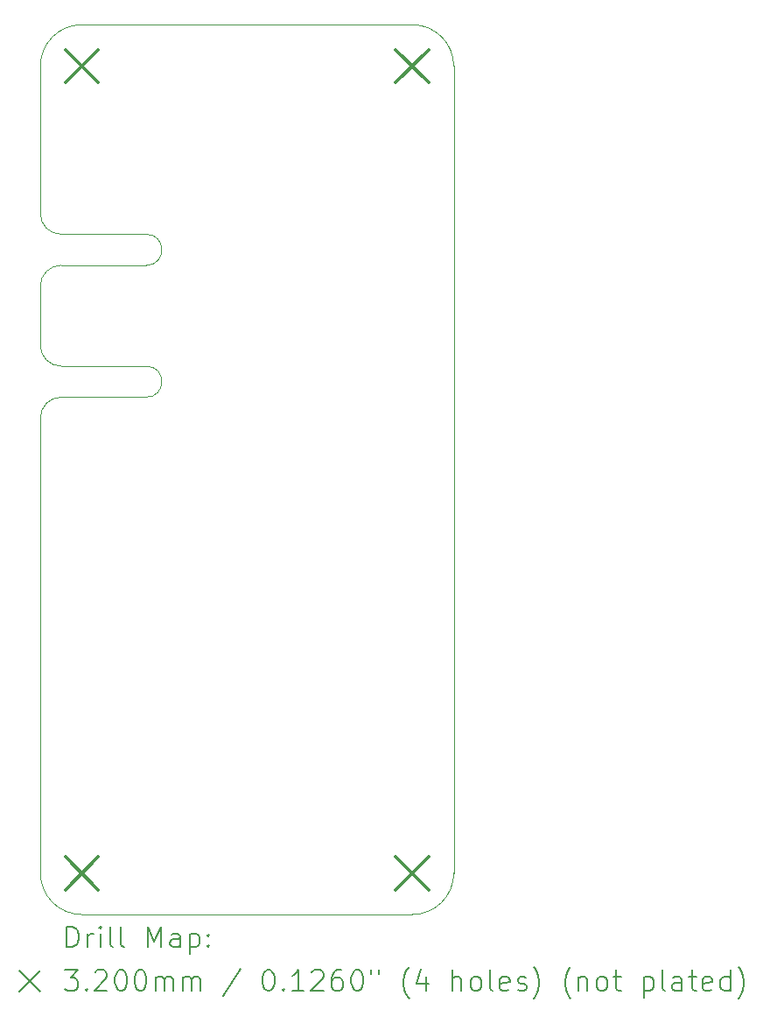
<source format=gbr>
%TF.GenerationSoftware,KiCad,Pcbnew,7.0.6*%
%TF.CreationDate,2023-11-18T03:16:52+01:00*%
%TF.ProjectId,LoRa_Sensor,4c6f5261-5f53-4656-9e73-6f722e6b6963,rev?*%
%TF.SameCoordinates,Original*%
%TF.FileFunction,Drillmap*%
%TF.FilePolarity,Positive*%
%FSLAX45Y45*%
G04 Gerber Fmt 4.5, Leading zero omitted, Abs format (unit mm)*
G04 Created by KiCad (PCBNEW 7.0.6) date 2023-11-18 03:16:52*
%MOMM*%
%LPD*%
G01*
G04 APERTURE LIST*
%ADD10C,0.100000*%
%ADD11C,0.200000*%
%ADD12C,0.320000*%
G04 APERTURE END LIST*
D10*
X9200000Y-7800000D02*
G75*
G03*
X9000000Y-8000000I0J-200000D01*
G01*
X9000000Y-7300000D02*
G75*
G03*
X9200000Y-7500000I200000J0D01*
G01*
X10025000Y-6525000D02*
G75*
G03*
X10025000Y-6225000I0J150000D01*
G01*
X9400000Y-4200000D02*
G75*
G03*
X9000000Y-4600000I0J-400000D01*
G01*
X9000000Y-6025000D02*
G75*
G03*
X9200000Y-6225000I200000J0D01*
G01*
X9000000Y-6025000D02*
X9000000Y-4600000D01*
X9000000Y-6725000D02*
X9000000Y-7300000D01*
X13000000Y-4600000D02*
X13000000Y-12400000D01*
X9000000Y-12400000D02*
G75*
G03*
X9400000Y-12800000I400000J0D01*
G01*
X9200000Y-6525000D02*
X10025000Y-6525000D01*
X9400000Y-4200000D02*
X12600000Y-4200000D01*
X12600000Y-12800000D02*
G75*
G03*
X13000000Y-12400000I0J400000D01*
G01*
X12600000Y-12800000D02*
X9400000Y-12800000D01*
X10025000Y-6225000D02*
X9200000Y-6225000D01*
X10025000Y-7800000D02*
G75*
G03*
X10025000Y-7500000I0J150000D01*
G01*
X9000000Y-12400000D02*
X9000000Y-8000000D01*
X10025000Y-7800000D02*
X9200000Y-7800000D01*
X9200000Y-7500000D02*
X10025000Y-7500000D01*
X9200000Y-6525000D02*
G75*
G03*
X9000000Y-6725000I0J-200000D01*
G01*
X13000000Y-4600000D02*
G75*
G03*
X12600000Y-4200000I-400000J0D01*
G01*
D11*
D12*
X9240000Y-4440000D02*
X9560000Y-4760000D01*
X9560000Y-4440000D02*
X9240000Y-4760000D01*
X9240000Y-12240000D02*
X9560000Y-12560000D01*
X9560000Y-12240000D02*
X9240000Y-12560000D01*
X12440000Y-4440000D02*
X12760000Y-4760000D01*
X12760000Y-4440000D02*
X12440000Y-4760000D01*
X12440000Y-12240000D02*
X12760000Y-12560000D01*
X12760000Y-12240000D02*
X12440000Y-12560000D01*
D11*
X9255777Y-13116484D02*
X9255777Y-12916484D01*
X9255777Y-12916484D02*
X9303396Y-12916484D01*
X9303396Y-12916484D02*
X9331967Y-12926008D01*
X9331967Y-12926008D02*
X9351015Y-12945055D01*
X9351015Y-12945055D02*
X9360539Y-12964103D01*
X9360539Y-12964103D02*
X9370063Y-13002198D01*
X9370063Y-13002198D02*
X9370063Y-13030769D01*
X9370063Y-13030769D02*
X9360539Y-13068865D01*
X9360539Y-13068865D02*
X9351015Y-13087912D01*
X9351015Y-13087912D02*
X9331967Y-13106960D01*
X9331967Y-13106960D02*
X9303396Y-13116484D01*
X9303396Y-13116484D02*
X9255777Y-13116484D01*
X9455777Y-13116484D02*
X9455777Y-12983150D01*
X9455777Y-13021246D02*
X9465301Y-13002198D01*
X9465301Y-13002198D02*
X9474824Y-12992674D01*
X9474824Y-12992674D02*
X9493872Y-12983150D01*
X9493872Y-12983150D02*
X9512920Y-12983150D01*
X9579586Y-13116484D02*
X9579586Y-12983150D01*
X9579586Y-12916484D02*
X9570063Y-12926008D01*
X9570063Y-12926008D02*
X9579586Y-12935531D01*
X9579586Y-12935531D02*
X9589110Y-12926008D01*
X9589110Y-12926008D02*
X9579586Y-12916484D01*
X9579586Y-12916484D02*
X9579586Y-12935531D01*
X9703396Y-13116484D02*
X9684348Y-13106960D01*
X9684348Y-13106960D02*
X9674824Y-13087912D01*
X9674824Y-13087912D02*
X9674824Y-12916484D01*
X9808158Y-13116484D02*
X9789110Y-13106960D01*
X9789110Y-13106960D02*
X9779586Y-13087912D01*
X9779586Y-13087912D02*
X9779586Y-12916484D01*
X10036729Y-13116484D02*
X10036729Y-12916484D01*
X10036729Y-12916484D02*
X10103396Y-13059341D01*
X10103396Y-13059341D02*
X10170063Y-12916484D01*
X10170063Y-12916484D02*
X10170063Y-13116484D01*
X10351015Y-13116484D02*
X10351015Y-13011722D01*
X10351015Y-13011722D02*
X10341491Y-12992674D01*
X10341491Y-12992674D02*
X10322444Y-12983150D01*
X10322444Y-12983150D02*
X10284348Y-12983150D01*
X10284348Y-12983150D02*
X10265301Y-12992674D01*
X10351015Y-13106960D02*
X10331967Y-13116484D01*
X10331967Y-13116484D02*
X10284348Y-13116484D01*
X10284348Y-13116484D02*
X10265301Y-13106960D01*
X10265301Y-13106960D02*
X10255777Y-13087912D01*
X10255777Y-13087912D02*
X10255777Y-13068865D01*
X10255777Y-13068865D02*
X10265301Y-13049817D01*
X10265301Y-13049817D02*
X10284348Y-13040293D01*
X10284348Y-13040293D02*
X10331967Y-13040293D01*
X10331967Y-13040293D02*
X10351015Y-13030769D01*
X10446253Y-12983150D02*
X10446253Y-13183150D01*
X10446253Y-12992674D02*
X10465301Y-12983150D01*
X10465301Y-12983150D02*
X10503396Y-12983150D01*
X10503396Y-12983150D02*
X10522444Y-12992674D01*
X10522444Y-12992674D02*
X10531967Y-13002198D01*
X10531967Y-13002198D02*
X10541491Y-13021246D01*
X10541491Y-13021246D02*
X10541491Y-13078388D01*
X10541491Y-13078388D02*
X10531967Y-13097436D01*
X10531967Y-13097436D02*
X10522444Y-13106960D01*
X10522444Y-13106960D02*
X10503396Y-13116484D01*
X10503396Y-13116484D02*
X10465301Y-13116484D01*
X10465301Y-13116484D02*
X10446253Y-13106960D01*
X10627205Y-13097436D02*
X10636729Y-13106960D01*
X10636729Y-13106960D02*
X10627205Y-13116484D01*
X10627205Y-13116484D02*
X10617682Y-13106960D01*
X10617682Y-13106960D02*
X10627205Y-13097436D01*
X10627205Y-13097436D02*
X10627205Y-13116484D01*
X10627205Y-12992674D02*
X10636729Y-13002198D01*
X10636729Y-13002198D02*
X10627205Y-13011722D01*
X10627205Y-13011722D02*
X10617682Y-13002198D01*
X10617682Y-13002198D02*
X10627205Y-12992674D01*
X10627205Y-12992674D02*
X10627205Y-13011722D01*
X8795000Y-13345000D02*
X8995000Y-13545000D01*
X8995000Y-13345000D02*
X8795000Y-13545000D01*
X9236729Y-13336484D02*
X9360539Y-13336484D01*
X9360539Y-13336484D02*
X9293872Y-13412674D01*
X9293872Y-13412674D02*
X9322444Y-13412674D01*
X9322444Y-13412674D02*
X9341491Y-13422198D01*
X9341491Y-13422198D02*
X9351015Y-13431722D01*
X9351015Y-13431722D02*
X9360539Y-13450769D01*
X9360539Y-13450769D02*
X9360539Y-13498388D01*
X9360539Y-13498388D02*
X9351015Y-13517436D01*
X9351015Y-13517436D02*
X9341491Y-13526960D01*
X9341491Y-13526960D02*
X9322444Y-13536484D01*
X9322444Y-13536484D02*
X9265301Y-13536484D01*
X9265301Y-13536484D02*
X9246253Y-13526960D01*
X9246253Y-13526960D02*
X9236729Y-13517436D01*
X9446253Y-13517436D02*
X9455777Y-13526960D01*
X9455777Y-13526960D02*
X9446253Y-13536484D01*
X9446253Y-13536484D02*
X9436729Y-13526960D01*
X9436729Y-13526960D02*
X9446253Y-13517436D01*
X9446253Y-13517436D02*
X9446253Y-13536484D01*
X9531967Y-13355531D02*
X9541491Y-13346008D01*
X9541491Y-13346008D02*
X9560539Y-13336484D01*
X9560539Y-13336484D02*
X9608158Y-13336484D01*
X9608158Y-13336484D02*
X9627205Y-13346008D01*
X9627205Y-13346008D02*
X9636729Y-13355531D01*
X9636729Y-13355531D02*
X9646253Y-13374579D01*
X9646253Y-13374579D02*
X9646253Y-13393627D01*
X9646253Y-13393627D02*
X9636729Y-13422198D01*
X9636729Y-13422198D02*
X9522444Y-13536484D01*
X9522444Y-13536484D02*
X9646253Y-13536484D01*
X9770063Y-13336484D02*
X9789110Y-13336484D01*
X9789110Y-13336484D02*
X9808158Y-13346008D01*
X9808158Y-13346008D02*
X9817682Y-13355531D01*
X9817682Y-13355531D02*
X9827205Y-13374579D01*
X9827205Y-13374579D02*
X9836729Y-13412674D01*
X9836729Y-13412674D02*
X9836729Y-13460293D01*
X9836729Y-13460293D02*
X9827205Y-13498388D01*
X9827205Y-13498388D02*
X9817682Y-13517436D01*
X9817682Y-13517436D02*
X9808158Y-13526960D01*
X9808158Y-13526960D02*
X9789110Y-13536484D01*
X9789110Y-13536484D02*
X9770063Y-13536484D01*
X9770063Y-13536484D02*
X9751015Y-13526960D01*
X9751015Y-13526960D02*
X9741491Y-13517436D01*
X9741491Y-13517436D02*
X9731967Y-13498388D01*
X9731967Y-13498388D02*
X9722444Y-13460293D01*
X9722444Y-13460293D02*
X9722444Y-13412674D01*
X9722444Y-13412674D02*
X9731967Y-13374579D01*
X9731967Y-13374579D02*
X9741491Y-13355531D01*
X9741491Y-13355531D02*
X9751015Y-13346008D01*
X9751015Y-13346008D02*
X9770063Y-13336484D01*
X9960539Y-13336484D02*
X9979586Y-13336484D01*
X9979586Y-13336484D02*
X9998634Y-13346008D01*
X9998634Y-13346008D02*
X10008158Y-13355531D01*
X10008158Y-13355531D02*
X10017682Y-13374579D01*
X10017682Y-13374579D02*
X10027205Y-13412674D01*
X10027205Y-13412674D02*
X10027205Y-13460293D01*
X10027205Y-13460293D02*
X10017682Y-13498388D01*
X10017682Y-13498388D02*
X10008158Y-13517436D01*
X10008158Y-13517436D02*
X9998634Y-13526960D01*
X9998634Y-13526960D02*
X9979586Y-13536484D01*
X9979586Y-13536484D02*
X9960539Y-13536484D01*
X9960539Y-13536484D02*
X9941491Y-13526960D01*
X9941491Y-13526960D02*
X9931967Y-13517436D01*
X9931967Y-13517436D02*
X9922444Y-13498388D01*
X9922444Y-13498388D02*
X9912920Y-13460293D01*
X9912920Y-13460293D02*
X9912920Y-13412674D01*
X9912920Y-13412674D02*
X9922444Y-13374579D01*
X9922444Y-13374579D02*
X9931967Y-13355531D01*
X9931967Y-13355531D02*
X9941491Y-13346008D01*
X9941491Y-13346008D02*
X9960539Y-13336484D01*
X10112920Y-13536484D02*
X10112920Y-13403150D01*
X10112920Y-13422198D02*
X10122444Y-13412674D01*
X10122444Y-13412674D02*
X10141491Y-13403150D01*
X10141491Y-13403150D02*
X10170063Y-13403150D01*
X10170063Y-13403150D02*
X10189110Y-13412674D01*
X10189110Y-13412674D02*
X10198634Y-13431722D01*
X10198634Y-13431722D02*
X10198634Y-13536484D01*
X10198634Y-13431722D02*
X10208158Y-13412674D01*
X10208158Y-13412674D02*
X10227205Y-13403150D01*
X10227205Y-13403150D02*
X10255777Y-13403150D01*
X10255777Y-13403150D02*
X10274825Y-13412674D01*
X10274825Y-13412674D02*
X10284348Y-13431722D01*
X10284348Y-13431722D02*
X10284348Y-13536484D01*
X10379586Y-13536484D02*
X10379586Y-13403150D01*
X10379586Y-13422198D02*
X10389110Y-13412674D01*
X10389110Y-13412674D02*
X10408158Y-13403150D01*
X10408158Y-13403150D02*
X10436729Y-13403150D01*
X10436729Y-13403150D02*
X10455777Y-13412674D01*
X10455777Y-13412674D02*
X10465301Y-13431722D01*
X10465301Y-13431722D02*
X10465301Y-13536484D01*
X10465301Y-13431722D02*
X10474825Y-13412674D01*
X10474825Y-13412674D02*
X10493872Y-13403150D01*
X10493872Y-13403150D02*
X10522444Y-13403150D01*
X10522444Y-13403150D02*
X10541491Y-13412674D01*
X10541491Y-13412674D02*
X10551015Y-13431722D01*
X10551015Y-13431722D02*
X10551015Y-13536484D01*
X10941491Y-13326960D02*
X10770063Y-13584103D01*
X11198634Y-13336484D02*
X11217682Y-13336484D01*
X11217682Y-13336484D02*
X11236729Y-13346008D01*
X11236729Y-13346008D02*
X11246253Y-13355531D01*
X11246253Y-13355531D02*
X11255777Y-13374579D01*
X11255777Y-13374579D02*
X11265301Y-13412674D01*
X11265301Y-13412674D02*
X11265301Y-13460293D01*
X11265301Y-13460293D02*
X11255777Y-13498388D01*
X11255777Y-13498388D02*
X11246253Y-13517436D01*
X11246253Y-13517436D02*
X11236729Y-13526960D01*
X11236729Y-13526960D02*
X11217682Y-13536484D01*
X11217682Y-13536484D02*
X11198634Y-13536484D01*
X11198634Y-13536484D02*
X11179587Y-13526960D01*
X11179587Y-13526960D02*
X11170063Y-13517436D01*
X11170063Y-13517436D02*
X11160539Y-13498388D01*
X11160539Y-13498388D02*
X11151015Y-13460293D01*
X11151015Y-13460293D02*
X11151015Y-13412674D01*
X11151015Y-13412674D02*
X11160539Y-13374579D01*
X11160539Y-13374579D02*
X11170063Y-13355531D01*
X11170063Y-13355531D02*
X11179587Y-13346008D01*
X11179587Y-13346008D02*
X11198634Y-13336484D01*
X11351015Y-13517436D02*
X11360539Y-13526960D01*
X11360539Y-13526960D02*
X11351015Y-13536484D01*
X11351015Y-13536484D02*
X11341491Y-13526960D01*
X11341491Y-13526960D02*
X11351015Y-13517436D01*
X11351015Y-13517436D02*
X11351015Y-13536484D01*
X11551015Y-13536484D02*
X11436729Y-13536484D01*
X11493872Y-13536484D02*
X11493872Y-13336484D01*
X11493872Y-13336484D02*
X11474825Y-13365055D01*
X11474825Y-13365055D02*
X11455777Y-13384103D01*
X11455777Y-13384103D02*
X11436729Y-13393627D01*
X11627206Y-13355531D02*
X11636729Y-13346008D01*
X11636729Y-13346008D02*
X11655777Y-13336484D01*
X11655777Y-13336484D02*
X11703396Y-13336484D01*
X11703396Y-13336484D02*
X11722444Y-13346008D01*
X11722444Y-13346008D02*
X11731967Y-13355531D01*
X11731967Y-13355531D02*
X11741491Y-13374579D01*
X11741491Y-13374579D02*
X11741491Y-13393627D01*
X11741491Y-13393627D02*
X11731967Y-13422198D01*
X11731967Y-13422198D02*
X11617682Y-13536484D01*
X11617682Y-13536484D02*
X11741491Y-13536484D01*
X11912920Y-13336484D02*
X11874825Y-13336484D01*
X11874825Y-13336484D02*
X11855777Y-13346008D01*
X11855777Y-13346008D02*
X11846253Y-13355531D01*
X11846253Y-13355531D02*
X11827206Y-13384103D01*
X11827206Y-13384103D02*
X11817682Y-13422198D01*
X11817682Y-13422198D02*
X11817682Y-13498388D01*
X11817682Y-13498388D02*
X11827206Y-13517436D01*
X11827206Y-13517436D02*
X11836729Y-13526960D01*
X11836729Y-13526960D02*
X11855777Y-13536484D01*
X11855777Y-13536484D02*
X11893872Y-13536484D01*
X11893872Y-13536484D02*
X11912920Y-13526960D01*
X11912920Y-13526960D02*
X11922444Y-13517436D01*
X11922444Y-13517436D02*
X11931967Y-13498388D01*
X11931967Y-13498388D02*
X11931967Y-13450769D01*
X11931967Y-13450769D02*
X11922444Y-13431722D01*
X11922444Y-13431722D02*
X11912920Y-13422198D01*
X11912920Y-13422198D02*
X11893872Y-13412674D01*
X11893872Y-13412674D02*
X11855777Y-13412674D01*
X11855777Y-13412674D02*
X11836729Y-13422198D01*
X11836729Y-13422198D02*
X11827206Y-13431722D01*
X11827206Y-13431722D02*
X11817682Y-13450769D01*
X12055777Y-13336484D02*
X12074825Y-13336484D01*
X12074825Y-13336484D02*
X12093872Y-13346008D01*
X12093872Y-13346008D02*
X12103396Y-13355531D01*
X12103396Y-13355531D02*
X12112920Y-13374579D01*
X12112920Y-13374579D02*
X12122444Y-13412674D01*
X12122444Y-13412674D02*
X12122444Y-13460293D01*
X12122444Y-13460293D02*
X12112920Y-13498388D01*
X12112920Y-13498388D02*
X12103396Y-13517436D01*
X12103396Y-13517436D02*
X12093872Y-13526960D01*
X12093872Y-13526960D02*
X12074825Y-13536484D01*
X12074825Y-13536484D02*
X12055777Y-13536484D01*
X12055777Y-13536484D02*
X12036729Y-13526960D01*
X12036729Y-13526960D02*
X12027206Y-13517436D01*
X12027206Y-13517436D02*
X12017682Y-13498388D01*
X12017682Y-13498388D02*
X12008158Y-13460293D01*
X12008158Y-13460293D02*
X12008158Y-13412674D01*
X12008158Y-13412674D02*
X12017682Y-13374579D01*
X12017682Y-13374579D02*
X12027206Y-13355531D01*
X12027206Y-13355531D02*
X12036729Y-13346008D01*
X12036729Y-13346008D02*
X12055777Y-13336484D01*
X12198634Y-13336484D02*
X12198634Y-13374579D01*
X12274825Y-13336484D02*
X12274825Y-13374579D01*
X12570063Y-13612674D02*
X12560539Y-13603150D01*
X12560539Y-13603150D02*
X12541491Y-13574579D01*
X12541491Y-13574579D02*
X12531968Y-13555531D01*
X12531968Y-13555531D02*
X12522444Y-13526960D01*
X12522444Y-13526960D02*
X12512920Y-13479341D01*
X12512920Y-13479341D02*
X12512920Y-13441246D01*
X12512920Y-13441246D02*
X12522444Y-13393627D01*
X12522444Y-13393627D02*
X12531968Y-13365055D01*
X12531968Y-13365055D02*
X12541491Y-13346008D01*
X12541491Y-13346008D02*
X12560539Y-13317436D01*
X12560539Y-13317436D02*
X12570063Y-13307912D01*
X12731968Y-13403150D02*
X12731968Y-13536484D01*
X12684348Y-13326960D02*
X12636729Y-13469817D01*
X12636729Y-13469817D02*
X12760539Y-13469817D01*
X12989110Y-13536484D02*
X12989110Y-13336484D01*
X13074825Y-13536484D02*
X13074825Y-13431722D01*
X13074825Y-13431722D02*
X13065301Y-13412674D01*
X13065301Y-13412674D02*
X13046253Y-13403150D01*
X13046253Y-13403150D02*
X13017682Y-13403150D01*
X13017682Y-13403150D02*
X12998634Y-13412674D01*
X12998634Y-13412674D02*
X12989110Y-13422198D01*
X13198634Y-13536484D02*
X13179587Y-13526960D01*
X13179587Y-13526960D02*
X13170063Y-13517436D01*
X13170063Y-13517436D02*
X13160539Y-13498388D01*
X13160539Y-13498388D02*
X13160539Y-13441246D01*
X13160539Y-13441246D02*
X13170063Y-13422198D01*
X13170063Y-13422198D02*
X13179587Y-13412674D01*
X13179587Y-13412674D02*
X13198634Y-13403150D01*
X13198634Y-13403150D02*
X13227206Y-13403150D01*
X13227206Y-13403150D02*
X13246253Y-13412674D01*
X13246253Y-13412674D02*
X13255777Y-13422198D01*
X13255777Y-13422198D02*
X13265301Y-13441246D01*
X13265301Y-13441246D02*
X13265301Y-13498388D01*
X13265301Y-13498388D02*
X13255777Y-13517436D01*
X13255777Y-13517436D02*
X13246253Y-13526960D01*
X13246253Y-13526960D02*
X13227206Y-13536484D01*
X13227206Y-13536484D02*
X13198634Y-13536484D01*
X13379587Y-13536484D02*
X13360539Y-13526960D01*
X13360539Y-13526960D02*
X13351015Y-13507912D01*
X13351015Y-13507912D02*
X13351015Y-13336484D01*
X13531968Y-13526960D02*
X13512920Y-13536484D01*
X13512920Y-13536484D02*
X13474825Y-13536484D01*
X13474825Y-13536484D02*
X13455777Y-13526960D01*
X13455777Y-13526960D02*
X13446253Y-13507912D01*
X13446253Y-13507912D02*
X13446253Y-13431722D01*
X13446253Y-13431722D02*
X13455777Y-13412674D01*
X13455777Y-13412674D02*
X13474825Y-13403150D01*
X13474825Y-13403150D02*
X13512920Y-13403150D01*
X13512920Y-13403150D02*
X13531968Y-13412674D01*
X13531968Y-13412674D02*
X13541491Y-13431722D01*
X13541491Y-13431722D02*
X13541491Y-13450769D01*
X13541491Y-13450769D02*
X13446253Y-13469817D01*
X13617682Y-13526960D02*
X13636730Y-13536484D01*
X13636730Y-13536484D02*
X13674825Y-13536484D01*
X13674825Y-13536484D02*
X13693872Y-13526960D01*
X13693872Y-13526960D02*
X13703396Y-13507912D01*
X13703396Y-13507912D02*
X13703396Y-13498388D01*
X13703396Y-13498388D02*
X13693872Y-13479341D01*
X13693872Y-13479341D02*
X13674825Y-13469817D01*
X13674825Y-13469817D02*
X13646253Y-13469817D01*
X13646253Y-13469817D02*
X13627206Y-13460293D01*
X13627206Y-13460293D02*
X13617682Y-13441246D01*
X13617682Y-13441246D02*
X13617682Y-13431722D01*
X13617682Y-13431722D02*
X13627206Y-13412674D01*
X13627206Y-13412674D02*
X13646253Y-13403150D01*
X13646253Y-13403150D02*
X13674825Y-13403150D01*
X13674825Y-13403150D02*
X13693872Y-13412674D01*
X13770063Y-13612674D02*
X13779587Y-13603150D01*
X13779587Y-13603150D02*
X13798634Y-13574579D01*
X13798634Y-13574579D02*
X13808158Y-13555531D01*
X13808158Y-13555531D02*
X13817682Y-13526960D01*
X13817682Y-13526960D02*
X13827206Y-13479341D01*
X13827206Y-13479341D02*
X13827206Y-13441246D01*
X13827206Y-13441246D02*
X13817682Y-13393627D01*
X13817682Y-13393627D02*
X13808158Y-13365055D01*
X13808158Y-13365055D02*
X13798634Y-13346008D01*
X13798634Y-13346008D02*
X13779587Y-13317436D01*
X13779587Y-13317436D02*
X13770063Y-13307912D01*
X14131968Y-13612674D02*
X14122444Y-13603150D01*
X14122444Y-13603150D02*
X14103396Y-13574579D01*
X14103396Y-13574579D02*
X14093872Y-13555531D01*
X14093872Y-13555531D02*
X14084349Y-13526960D01*
X14084349Y-13526960D02*
X14074825Y-13479341D01*
X14074825Y-13479341D02*
X14074825Y-13441246D01*
X14074825Y-13441246D02*
X14084349Y-13393627D01*
X14084349Y-13393627D02*
X14093872Y-13365055D01*
X14093872Y-13365055D02*
X14103396Y-13346008D01*
X14103396Y-13346008D02*
X14122444Y-13317436D01*
X14122444Y-13317436D02*
X14131968Y-13307912D01*
X14208158Y-13403150D02*
X14208158Y-13536484D01*
X14208158Y-13422198D02*
X14217682Y-13412674D01*
X14217682Y-13412674D02*
X14236730Y-13403150D01*
X14236730Y-13403150D02*
X14265301Y-13403150D01*
X14265301Y-13403150D02*
X14284349Y-13412674D01*
X14284349Y-13412674D02*
X14293872Y-13431722D01*
X14293872Y-13431722D02*
X14293872Y-13536484D01*
X14417682Y-13536484D02*
X14398634Y-13526960D01*
X14398634Y-13526960D02*
X14389111Y-13517436D01*
X14389111Y-13517436D02*
X14379587Y-13498388D01*
X14379587Y-13498388D02*
X14379587Y-13441246D01*
X14379587Y-13441246D02*
X14389111Y-13422198D01*
X14389111Y-13422198D02*
X14398634Y-13412674D01*
X14398634Y-13412674D02*
X14417682Y-13403150D01*
X14417682Y-13403150D02*
X14446253Y-13403150D01*
X14446253Y-13403150D02*
X14465301Y-13412674D01*
X14465301Y-13412674D02*
X14474825Y-13422198D01*
X14474825Y-13422198D02*
X14484349Y-13441246D01*
X14484349Y-13441246D02*
X14484349Y-13498388D01*
X14484349Y-13498388D02*
X14474825Y-13517436D01*
X14474825Y-13517436D02*
X14465301Y-13526960D01*
X14465301Y-13526960D02*
X14446253Y-13536484D01*
X14446253Y-13536484D02*
X14417682Y-13536484D01*
X14541492Y-13403150D02*
X14617682Y-13403150D01*
X14570063Y-13336484D02*
X14570063Y-13507912D01*
X14570063Y-13507912D02*
X14579587Y-13526960D01*
X14579587Y-13526960D02*
X14598634Y-13536484D01*
X14598634Y-13536484D02*
X14617682Y-13536484D01*
X14836730Y-13403150D02*
X14836730Y-13603150D01*
X14836730Y-13412674D02*
X14855777Y-13403150D01*
X14855777Y-13403150D02*
X14893873Y-13403150D01*
X14893873Y-13403150D02*
X14912920Y-13412674D01*
X14912920Y-13412674D02*
X14922444Y-13422198D01*
X14922444Y-13422198D02*
X14931968Y-13441246D01*
X14931968Y-13441246D02*
X14931968Y-13498388D01*
X14931968Y-13498388D02*
X14922444Y-13517436D01*
X14922444Y-13517436D02*
X14912920Y-13526960D01*
X14912920Y-13526960D02*
X14893873Y-13536484D01*
X14893873Y-13536484D02*
X14855777Y-13536484D01*
X14855777Y-13536484D02*
X14836730Y-13526960D01*
X15046253Y-13536484D02*
X15027206Y-13526960D01*
X15027206Y-13526960D02*
X15017682Y-13507912D01*
X15017682Y-13507912D02*
X15017682Y-13336484D01*
X15208158Y-13536484D02*
X15208158Y-13431722D01*
X15208158Y-13431722D02*
X15198634Y-13412674D01*
X15198634Y-13412674D02*
X15179587Y-13403150D01*
X15179587Y-13403150D02*
X15141492Y-13403150D01*
X15141492Y-13403150D02*
X15122444Y-13412674D01*
X15208158Y-13526960D02*
X15189111Y-13536484D01*
X15189111Y-13536484D02*
X15141492Y-13536484D01*
X15141492Y-13536484D02*
X15122444Y-13526960D01*
X15122444Y-13526960D02*
X15112920Y-13507912D01*
X15112920Y-13507912D02*
X15112920Y-13488865D01*
X15112920Y-13488865D02*
X15122444Y-13469817D01*
X15122444Y-13469817D02*
X15141492Y-13460293D01*
X15141492Y-13460293D02*
X15189111Y-13460293D01*
X15189111Y-13460293D02*
X15208158Y-13450769D01*
X15274825Y-13403150D02*
X15351015Y-13403150D01*
X15303396Y-13336484D02*
X15303396Y-13507912D01*
X15303396Y-13507912D02*
X15312920Y-13526960D01*
X15312920Y-13526960D02*
X15331968Y-13536484D01*
X15331968Y-13536484D02*
X15351015Y-13536484D01*
X15493873Y-13526960D02*
X15474825Y-13536484D01*
X15474825Y-13536484D02*
X15436730Y-13536484D01*
X15436730Y-13536484D02*
X15417682Y-13526960D01*
X15417682Y-13526960D02*
X15408158Y-13507912D01*
X15408158Y-13507912D02*
X15408158Y-13431722D01*
X15408158Y-13431722D02*
X15417682Y-13412674D01*
X15417682Y-13412674D02*
X15436730Y-13403150D01*
X15436730Y-13403150D02*
X15474825Y-13403150D01*
X15474825Y-13403150D02*
X15493873Y-13412674D01*
X15493873Y-13412674D02*
X15503396Y-13431722D01*
X15503396Y-13431722D02*
X15503396Y-13450769D01*
X15503396Y-13450769D02*
X15408158Y-13469817D01*
X15674825Y-13536484D02*
X15674825Y-13336484D01*
X15674825Y-13526960D02*
X15655777Y-13536484D01*
X15655777Y-13536484D02*
X15617682Y-13536484D01*
X15617682Y-13536484D02*
X15598634Y-13526960D01*
X15598634Y-13526960D02*
X15589111Y-13517436D01*
X15589111Y-13517436D02*
X15579587Y-13498388D01*
X15579587Y-13498388D02*
X15579587Y-13441246D01*
X15579587Y-13441246D02*
X15589111Y-13422198D01*
X15589111Y-13422198D02*
X15598634Y-13412674D01*
X15598634Y-13412674D02*
X15617682Y-13403150D01*
X15617682Y-13403150D02*
X15655777Y-13403150D01*
X15655777Y-13403150D02*
X15674825Y-13412674D01*
X15751015Y-13612674D02*
X15760539Y-13603150D01*
X15760539Y-13603150D02*
X15779587Y-13574579D01*
X15779587Y-13574579D02*
X15789111Y-13555531D01*
X15789111Y-13555531D02*
X15798634Y-13526960D01*
X15798634Y-13526960D02*
X15808158Y-13479341D01*
X15808158Y-13479341D02*
X15808158Y-13441246D01*
X15808158Y-13441246D02*
X15798634Y-13393627D01*
X15798634Y-13393627D02*
X15789111Y-13365055D01*
X15789111Y-13365055D02*
X15779587Y-13346008D01*
X15779587Y-13346008D02*
X15760539Y-13317436D01*
X15760539Y-13317436D02*
X15751015Y-13307912D01*
M02*

</source>
